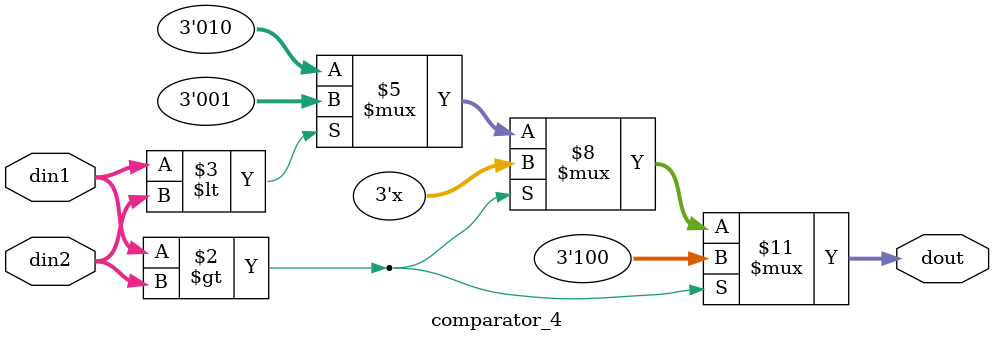
<source format=v>
/*
 * 四位数据比较器
 *
 * 输入：两个4位，数据A（SW7-SW4），数据B（SW3-SW0）
 * 输出：3位（LD2 2-0）
 */


module comparator_4(
    din1,  // 数据A(SW7-SW4)
    din2,  // 数据B(SW3-SW0)
    dout   // 输出(LD2 2-0)
);

    input        [3:0]  din1;  // A: SW7-SW4
    input        [3:0]  din2;  // B: SW3-SW0
    output  reg  [2:0]  dout;

    always @(*)
    begin
        if (din1 > din2)
            begin
                dout = 3'b100;
            end
        else if (din1 < din2)
            begin
                dout = 3'b001;
            end
        else
            begin
                dout = 3'b010;
            end
    end

endmodule

</source>
